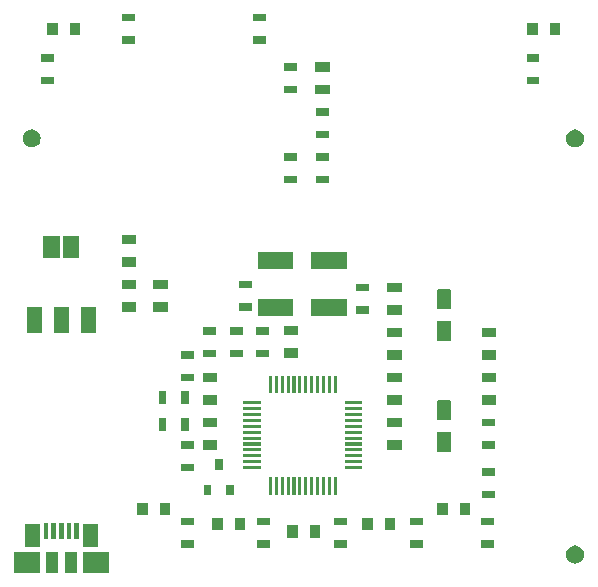
<source format=gtp>
%FSTAX44Y44*%
%MOIN*%
%SFA1B1*%

%IPPOS*%
%LNrpcb6996130008r01-1*%
%LPD*%
G36*
X00031482Y00029659D02*
X00030903D01*
Y00029762*
X00031482*
Y00029659*
G37*
G36*
X00034436Y00029872D02*
X00034396Y00029833D01*
X00034003*
X00033963Y00029872*
Y00030502*
X00034436*
Y00029872*
G37*
G36*
X00028096Y00029659D02*
X00027517D01*
Y00029762*
X00028096*
Y00029659*
G37*
G36*
Y00029463D02*
X00027517D01*
Y00029565*
X00028096*
Y00029463*
G37*
G36*
X00031482D02*
X00030903D01*
Y00029565*
X00031482*
Y00029463*
G37*
G36*
X00032788Y00029916D02*
X00032311D01*
Y00030235*
X00032788*
Y00029916*
G37*
G36*
X00025862Y00029949D02*
X00025437D01*
Y00030198*
X00025862*
Y00029949*
G37*
G36*
X00026638Y00029916D02*
X00026161D01*
Y00030235*
X00026638*
Y00029916*
G37*
G36*
X00028096Y00029856D02*
X00027517D01*
Y00029959*
X00028096*
Y00029856*
G37*
G36*
X00031482D02*
X00030903D01*
Y00029959*
X00031482*
Y00029856*
G37*
G36*
X00030437Y00028417D02*
X00030334D01*
Y00028996*
X00030437*
Y00028417*
G37*
G36*
X00030633D02*
X00030531D01*
Y00028996*
X00030633*
Y00028417*
G37*
G36*
X0003024D02*
X00030137D01*
Y00028996*
X0003024*
Y00028417*
G37*
G36*
X00029846D02*
X00029744D01*
Y00028996*
X00029846*
Y00028417*
G37*
G36*
X00030043D02*
X00029941D01*
Y00028996*
X00030043*
Y00028417*
G37*
G36*
X00028096Y00029266D02*
X00027517D01*
Y00029368*
X00028096*
Y00029266*
G37*
G36*
X00031482D02*
X00030903D01*
Y00029368*
X00031482*
Y00029266*
G37*
G36*
X00026822Y00029246D02*
X00026578D01*
Y00029604*
X00026822*
Y00029246*
G37*
G36*
X00035912Y00029049D02*
X00035487D01*
Y00029298*
X00035912*
Y00029049*
G37*
G36*
X00025862Y00029201D02*
X00025437D01*
Y0002945*
X00025862*
Y00029201*
G37*
G36*
X00035912Y00029951D02*
X00035487D01*
Y000302*
X00035912*
Y00029951*
G37*
G36*
X00028096Y00030841D02*
X00027517D01*
Y00030943*
X00028096*
Y00030841*
G37*
G36*
X00031482D02*
X00030903D01*
Y00030943*
X00031482*
Y00030841*
G37*
G36*
X00035912Y00030699D02*
X00035487D01*
Y00030948*
X00035912*
Y00030699*
G37*
G36*
X00026638Y00030664D02*
X00026161D01*
Y00030983*
X00026638*
Y00030664*
G37*
G36*
X00032788D02*
X00032311D01*
Y00030983*
X00032788*
Y00030664*
G37*
G36*
X00028096Y00031234D02*
X00027517D01*
Y00031337*
X00028096*
Y00031234*
G37*
G36*
X00031482D02*
X00030903D01*
Y00031337*
X00031482*
Y00031234*
G37*
G36*
Y00031037D02*
X00030903D01*
Y0003114*
X00031482*
Y00031037*
G37*
G36*
X00034436Y00031526D02*
Y00030896D01*
X00033963*
Y00031526*
X00034003Y00031565*
X00034396*
X00034436Y00031526*
G37*
G36*
X00028096Y00031037D02*
X00027517D01*
Y0003114*
X00028096*
Y00031037*
G37*
G36*
X00031482Y0003025D02*
X00030903D01*
Y00030352*
X00031482*
Y0003025*
G37*
G36*
X00028096Y00030447D02*
X00027517D01*
Y00030549*
X00028096*
Y00030447*
G37*
G36*
Y0003025D02*
X00027517D01*
Y00030352*
X00028096*
Y0003025*
G37*
G36*
Y00030053D02*
X00027517D01*
Y00030155*
X00028096*
Y00030053*
G37*
G36*
X00031482D02*
X00030903D01*
Y00030155*
X00031482*
Y00030053*
G37*
G36*
X00028096Y00030644D02*
X00027517D01*
Y00030746*
X00028096*
Y00030644*
G37*
G36*
X00031482D02*
X00030903D01*
Y00030746*
X00031482*
Y00030644*
G37*
G36*
X00025698Y00030547D02*
X00025449D01*
Y00030972*
X00025698*
Y00030547*
G37*
G36*
X00031482Y00030447D02*
X00030903D01*
Y00030549*
X00031482*
Y00030447*
G37*
G36*
X0002495Y00030547D02*
X00024701D01*
Y00030972*
X0002495*
Y00030547*
G37*
G36*
X00029649Y00028417D02*
X00029547D01*
Y00028996*
X00029649*
Y00028417*
G37*
G36*
X00021275Y00026939D02*
X00021116D01*
Y00027462*
X00021275*
Y00026939*
G37*
G36*
X00021531D02*
X00021372D01*
Y00027462*
X00021531*
Y00026939*
G37*
G36*
X00021019D02*
X0002086D01*
Y00027462*
X00021019*
Y00026939*
G37*
G36*
X00020745Y00026675D02*
X00020233D01*
Y00027442*
X00020745*
Y00026675*
G37*
G36*
X0002267D02*
X00022158D01*
Y00027442*
X0002267*
Y00026675*
G37*
G36*
X00030079Y0002697D02*
X00029724D01*
Y00027395*
X00030079*
Y0002697*
G37*
G36*
X00026831Y0002722D02*
X00026476D01*
Y00027645*
X00026831*
Y0002722*
G37*
G36*
X00029331Y0002697D02*
X00028976D01*
Y00027395*
X00029331*
Y0002697*
G37*
G36*
X00021787Y00026939D02*
X00021628D01*
Y00027462*
X00021787*
Y00026939*
G37*
G36*
X00022043D02*
X00021883D01*
Y00027462*
X00022043*
Y00026939*
G37*
G36*
X00023028Y00025816D02*
X0002217D01*
Y0002649*
X00023028*
Y00025816*
G37*
G36*
X00038648Y00026712D02*
X00038721Y00026682D01*
X00038784Y00026634*
X00038832Y00026571*
X00038862Y00026498*
X00038872Y0002642*
X00038862Y00026341*
X00038832Y00026268*
X00038784Y00026206*
X00038721Y00026157*
X00038648Y00026127*
X0003857Y00026117*
X00038491Y00026127*
X00038418Y00026157*
X00038356Y00026206*
X00038308Y00026268*
X00038277Y00026341*
X00038267Y0002642*
X00038277Y00026498*
X00038308Y00026571*
X00038356Y00026634*
X00038418Y00026682*
X00038491Y00026712*
X0003857Y00026722*
X00038648Y00026712*
G37*
G36*
X00020737Y00025816D02*
X00019879D01*
Y0002649*
X00020737*
Y00025816*
G37*
G36*
X00021329Y00025803D02*
X00020924D01*
Y00026503*
X00021329*
Y00025803*
G37*
G36*
X00021979D02*
X00021574D01*
Y00026503*
X00021979*
Y00025803*
G37*
G36*
X00033512Y00026651D02*
X00033087D01*
Y000269*
X00033512*
Y00026651*
G37*
G36*
X00035862D02*
X00035437D01*
Y000269*
X00035862*
Y00026651*
G37*
G36*
X00030962D02*
X00030537D01*
Y000269*
X00030962*
Y00026651*
G37*
G36*
X00025862D02*
X00025437D01*
Y000269*
X00025862*
Y00026651*
G37*
G36*
X00028412D02*
X00027987D01*
Y000269*
X00028412*
Y00026651*
G37*
G36*
X00027579Y0002722D02*
X00027224D01*
Y00027645*
X00027579*
Y0002722*
G37*
G36*
X00027196Y00028395D02*
X00026952D01*
Y00028753*
X00027196*
Y00028395*
G37*
G36*
X00028468Y00028417D02*
X00028366D01*
Y00028996*
X00028468*
Y00028417*
G37*
G36*
X00026448Y00028395D02*
X00026204D01*
Y00028753*
X00026448*
Y00028395*
G37*
G36*
X00035079Y0002772D02*
X00034724D01*
Y00028145*
X00035079*
Y0002772*
G37*
G36*
X00035912Y00028301D02*
X00035487D01*
Y0002855*
X00035912*
Y00028301*
G37*
G36*
X00029255Y00028417D02*
X00029153D01*
Y00028996*
X00029255*
Y00028417*
G37*
G36*
X00029452D02*
X0002935D01*
Y00028996*
X00029452*
Y00028417*
G37*
G36*
X00029059D02*
X00028956D01*
Y00028996*
X00029059*
Y00028417*
G37*
G36*
X00028665D02*
X00028563D01*
Y00028996*
X00028665*
Y00028417*
G37*
G36*
X00028862D02*
X00028759D01*
Y00028996*
X00028862*
Y00028417*
G37*
G36*
X00028412Y00027399D02*
X00027987D01*
Y00027648*
X00028412*
Y00027399*
G37*
G36*
X00030962D02*
X00030537D01*
Y00027648*
X00030962*
Y00027399*
G37*
G36*
X00025862D02*
X00025437D01*
Y00027648*
X00025862*
Y00027399*
G37*
G36*
X00031831Y0002722D02*
X00031476D01*
Y00027645*
X00031831*
Y0002722*
G37*
G36*
X00032579D02*
X00032224D01*
Y00027645*
X00032579*
Y0002722*
G37*
G36*
X00025079Y0002772D02*
X00024724D01*
Y00028145*
X00025079*
Y0002772*
G37*
G36*
X00034331D02*
X00033976D01*
Y00028145*
X00034331*
Y0002772*
G37*
G36*
X00024331D02*
X00023976D01*
Y00028145*
X00024331*
Y0002772*
G37*
G36*
X00033512Y00027399D02*
X00033087D01*
Y00027648*
X00033512*
Y00027399*
G37*
G36*
X00035862D02*
X00035437D01*
Y00027648*
X00035862*
Y00027399*
G37*
G36*
X00023938Y00036016D02*
X00023461D01*
Y00036335*
X00023938*
Y00036016*
G37*
G36*
X000214Y000363D02*
X0002085D01*
Y0003705*
X000214*
Y000363*
G37*
G36*
X0003096Y00035944D02*
X00029779D01*
Y00036496*
X0003096*
Y00035944*
G37*
G36*
X00027812Y00035299D02*
X00027387D01*
Y00035548*
X00027812*
Y00035299*
G37*
G36*
X00029185Y00035944D02*
X00028004D01*
Y00036496*
X00029185*
Y00035944*
G37*
G36*
X00030362Y00038801D02*
X00029937D01*
Y0003905*
X00030362*
Y00038801*
G37*
G36*
X00029312Y00039549D02*
X00028887D01*
Y00039798*
X00029312*
Y00039549*
G37*
G36*
Y00038801D02*
X00028887D01*
Y0003905*
X00029312*
Y00038801*
G37*
G36*
X0002205Y000363D02*
X000215D01*
Y0003705*
X0002205*
Y000363*
G37*
G36*
X00023938Y00036764D02*
X00023461D01*
Y00037083*
X00023938*
Y00036764*
G37*
G36*
X00024988Y00034516D02*
X00024511D01*
Y00034835*
X00024988*
Y00034516*
G37*
G36*
X00027812Y00034551D02*
X00027387D01*
Y000348*
X00027812*
Y00034551*
G37*
G36*
X00023938Y00034516D02*
X00023461D01*
Y00034835*
X00023938*
Y00034516*
G37*
G36*
X00032788Y00034416D02*
X00032311D01*
Y00034735*
X00032788*
Y00034416*
G37*
G36*
X00031712Y00034451D02*
X00031287D01*
Y000347*
X00031712*
Y00034451*
G37*
G36*
X00023938Y00035264D02*
X00023461D01*
Y00035583*
X00023938*
Y00035264*
G37*
G36*
X00024988D02*
X00024511D01*
Y00035583*
X00024988*
Y00035264*
G37*
G36*
X00031712Y00035199D02*
X00031287D01*
Y00035448*
X00031712*
Y00035199*
G37*
G36*
X00034436Y00035227D02*
Y00034597D01*
X00033963*
Y00035227*
X00034003Y00035266*
X00034396*
X00034436Y00035227*
G37*
G36*
X00032788Y00035164D02*
X00032311D01*
Y00035483*
X00032788*
Y00035164*
G37*
G36*
X00030362Y00039549D02*
X00029937D01*
Y00039798*
X00030362*
Y00039549*
G37*
G36*
X00028262Y00043451D02*
X00027837D01*
Y000437*
X00028262*
Y00043451*
G37*
G36*
X00021331Y0004372D02*
X00020976D01*
Y00044145*
X00021331*
Y0004372*
G37*
G36*
X00023912Y00043451D02*
X00023487D01*
Y000437*
X00023912*
Y00043451*
G37*
G36*
X00021212Y00042849D02*
X00020787D01*
Y00043098*
X00021212*
Y00042849*
G37*
G36*
X00037382D02*
X00036957D01*
Y00043098*
X00037382*
Y00042849*
G37*
G36*
X00023912Y00044199D02*
X00023487D01*
Y00044448*
X00023912*
Y00044199*
G37*
G36*
X00028262D02*
X00027837D01*
Y00044448*
X00028262*
Y00044199*
G37*
G36*
X00038079Y0004372D02*
X00037724D01*
Y00044145*
X00038079*
Y0004372*
G37*
G36*
X00022079D02*
X00021724D01*
Y00044145*
X00022079*
Y0004372*
G37*
G36*
X00037331D02*
X00036976D01*
Y00044145*
X00037331*
Y0004372*
G37*
G36*
X00030362Y00041049D02*
X00029937D01*
Y00041298*
X00030362*
Y00041049*
G37*
G36*
X00030388Y00041766D02*
X00029911D01*
Y00042085*
X00030388*
Y00041766*
G37*
G36*
X00030362Y00040301D02*
X00029937D01*
Y0004055*
X00030362*
Y00040301*
G37*
G36*
X00020538Y00040582D02*
X00020611Y00040552D01*
X00020674Y00040504*
X00020722Y00040441*
X00020752Y00040368*
X00020762Y0004029*
X00020752Y00040211*
X00020722Y00040138*
X00020674Y00040076*
X00020611Y00040028*
X00020538Y00039997*
X0002046Y00039987*
X00020381Y00039997*
X00020308Y00040028*
X00020246Y00040076*
X00020197Y00040138*
X00020167Y00040211*
X00020157Y0004029*
X00020167Y00040368*
X00020197Y00040441*
X00020246Y00040504*
X00020308Y00040552*
X00020381Y00040582*
X0002046Y00040592*
X00020538Y00040582*
G37*
G36*
X00038648D02*
X00038721Y00040552D01*
X00038784Y00040504*
X00038832Y00040441*
X00038862Y00040368*
X00038872Y0004029*
X00038862Y00040211*
X00038832Y00040138*
X00038784Y00040076*
X00038721Y00040028*
X00038648Y00039997*
X0003857Y00039987*
X00038491Y00039997*
X00038418Y00040028*
X00038356Y00040076*
X00038308Y00040138*
X00038277Y00040211*
X00038267Y0004029*
X00038277Y00040368*
X00038308Y00040441*
X00038356Y00040504*
X00038418Y00040552*
X00038491Y00040582*
X0003857Y00040592*
X00038648Y00040582*
G37*
G36*
X00030388Y00042514D02*
X00029911D01*
Y00042833*
X00030388*
Y00042514*
G37*
G36*
X00029312Y00042549D02*
X00028887D01*
Y00042798*
X00029312*
Y00042549*
G37*
G36*
X00037382Y00042101D02*
X00036957D01*
Y0004235*
X00037382*
Y00042101*
G37*
G36*
X00029312Y00041801D02*
X00028887D01*
Y0004205*
X00029312*
Y00041801*
G37*
G36*
X00021212Y00042101D02*
X00020787D01*
Y0004235*
X00021212*
Y00042101*
G37*
G36*
X0003096Y00034374D02*
X00029779D01*
Y00034926*
X0003096*
Y00034374*
G37*
G36*
X00029649Y00031803D02*
X00029547D01*
Y00032382*
X00029649*
Y00031803*
G37*
G36*
X00029846D02*
X00029744D01*
Y00032382*
X00029846*
Y00031803*
G37*
G36*
X00029452D02*
X0002935D01*
Y00032382*
X00029452*
Y00031803*
G37*
G36*
X00029059D02*
X00028956D01*
Y00032382*
X00029059*
Y00031803*
G37*
G36*
X00029255D02*
X00029153D01*
Y00032382*
X00029255*
Y00031803*
G37*
G36*
X00030633D02*
X00030531D01*
Y00032382*
X00030633*
Y00031803*
G37*
G36*
X00026638Y00032164D02*
X00026161D01*
Y00032483*
X00026638*
Y00032164*
G37*
G36*
X00030437Y00031803D02*
X00030334D01*
Y00032382*
X00030437*
Y00031803*
G37*
G36*
X00030043D02*
X00029941D01*
Y00032382*
X00030043*
Y00031803*
G37*
G36*
X0003024D02*
X00030137D01*
Y00032382*
X0003024*
Y00031803*
G37*
G36*
X00028096Y00031431D02*
X00027517D01*
Y00031533*
X00028096*
Y00031431*
G37*
G36*
X00031482D02*
X00030903D01*
Y00031533*
X00031482*
Y00031431*
G37*
G36*
X00035938Y00031416D02*
X00035461D01*
Y00031735*
X00035938*
Y00031416*
G37*
G36*
X00026638D02*
X00026161D01*
Y00031735*
X00026638*
Y00031416*
G37*
G36*
X00032788D02*
X00032311D01*
Y00031735*
X00032788*
Y00031416*
G37*
G36*
X00028665Y00031803D02*
X00028563D01*
Y00032382*
X00028665*
Y00031803*
G37*
G36*
X00028862D02*
X00028759D01*
Y00032382*
X00028862*
Y00031803*
G37*
G36*
X00028468D02*
X00028366D01*
Y00032382*
X00028468*
Y00031803*
G37*
G36*
X0002495Y00031437D02*
X00024701D01*
Y00031862*
X0002495*
Y00031437*
G37*
G36*
X00025698D02*
X00025449D01*
Y00031862*
X00025698*
Y00031437*
G37*
G36*
X00032788Y00032164D02*
X00032311D01*
Y00032483*
X00032788*
Y00032164*
G37*
G36*
X00026612Y00033749D02*
X00026187D01*
Y00033998*
X00026612*
Y00033749*
G37*
G36*
X00027512D02*
X00027087D01*
Y00033998*
X00027512*
Y00033749*
G37*
G36*
X00029338Y00033734D02*
X00028861D01*
Y00034053*
X00029338*
Y00033734*
G37*
G36*
X00032788Y00033664D02*
X00032311D01*
Y00033983*
X00032788*
Y00033664*
G37*
G36*
X00035938D02*
X00035461D01*
Y00033983*
X00035938*
Y00033664*
G37*
G36*
X000226Y00033805D02*
X00022103D01*
Y0003466*
X000226*
Y00033805*
G37*
G36*
X00029185Y00034374D02*
X00028004D01*
Y00034926*
X00029185*
Y00034374*
G37*
G36*
X00021694Y00033805D02*
X00021198D01*
Y0003466*
X00021694*
Y00033805*
G37*
G36*
X00028362Y00033749D02*
X00027937D01*
Y00033998*
X00028362*
Y00033749*
G37*
G36*
X00020789Y00033805D02*
X00020292D01*
Y0003466*
X00020789*
Y00033805*
G37*
G36*
X00035938Y00032916D02*
X00035461D01*
Y00033235*
X00035938*
Y00032916*
G37*
G36*
X00025862Y00032949D02*
X00025437D01*
Y00033198*
X00025862*
Y00032949*
G37*
G36*
X00032788Y00032916D02*
X00032311D01*
Y00033235*
X00032788*
Y00032916*
G37*
G36*
X00035938Y00032164D02*
X00035461D01*
Y00032483*
X00035938*
Y00032164*
G37*
G36*
X00025862Y00032201D02*
X00025437D01*
Y0003245*
X00025862*
Y00032201*
G37*
G36*
X00028362Y00033001D02*
X00027937D01*
Y0003325*
X00028362*
Y00033001*
G37*
G36*
X00034436Y00033573D02*
X00034396Y00033534D01*
X00034003*
X00033963Y00033573*
Y00034203*
X00034436*
Y00033573*
G37*
G36*
X00027512Y00033001D02*
X00027087D01*
Y0003325*
X00027512*
Y00033001*
G37*
G36*
X00029338Y00032986D02*
X00028861D01*
Y00033305*
X00029338*
Y00032986*
G37*
G36*
X00026612Y00033001D02*
X00026187D01*
Y0003325*
X00026612*
Y00033001*
G37*
M02*
</source>
